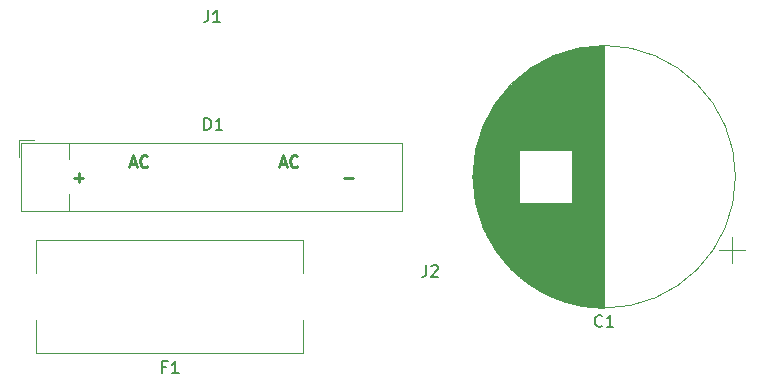
<source format=gbr>
%TF.GenerationSoftware,KiCad,Pcbnew,5.1.9-73d0e3b20d~88~ubuntu20.04.1*%
%TF.CreationDate,2021-03-31T16:28:09+02:00*%
%TF.ProjectId,fuente1,6675656e-7465-4312-9e6b-696361645f70,rev?*%
%TF.SameCoordinates,Original*%
%TF.FileFunction,Legend,Top*%
%TF.FilePolarity,Positive*%
%FSLAX46Y46*%
G04 Gerber Fmt 4.6, Leading zero omitted, Abs format (unit mm)*
G04 Created by KiCad (PCBNEW 5.1.9-73d0e3b20d~88~ubuntu20.04.1) date 2021-03-31 16:28:09*
%MOMM*%
%LPD*%
G01*
G04 APERTURE LIST*
%ADD10C,0.120000*%
%ADD11C,0.150000*%
%ADD12C,0.250000*%
G04 APERTURE END LIST*
D10*
%TO.C,C1*%
X96290000Y-87630000D02*
G75*
G03*
X96290000Y-87630000I-11120000J0D01*
G01*
X85170000Y-98711000D02*
X85170000Y-76549000D01*
X85130000Y-98710000D02*
X85130000Y-76550000D01*
X85090000Y-98710000D02*
X85090000Y-76550000D01*
X85050000Y-98710000D02*
X85050000Y-76550000D01*
X85010000Y-98709000D02*
X85010000Y-76551000D01*
X84970000Y-98709000D02*
X84970000Y-76551000D01*
X84930000Y-98708000D02*
X84930000Y-76552000D01*
X84890000Y-98707000D02*
X84890000Y-76553000D01*
X84850000Y-98706000D02*
X84850000Y-76554000D01*
X84810000Y-98705000D02*
X84810000Y-76555000D01*
X84770000Y-98703000D02*
X84770000Y-76557000D01*
X84730000Y-98702000D02*
X84730000Y-76558000D01*
X84690000Y-98700000D02*
X84690000Y-76560000D01*
X84650000Y-98698000D02*
X84650000Y-76562000D01*
X84610000Y-98696000D02*
X84610000Y-76564000D01*
X84570000Y-98694000D02*
X84570000Y-76566000D01*
X84530000Y-98692000D02*
X84530000Y-76568000D01*
X84490000Y-98690000D02*
X84490000Y-76570000D01*
X84449000Y-98687000D02*
X84449000Y-76573000D01*
X84409000Y-98684000D02*
X84409000Y-76576000D01*
X84369000Y-98682000D02*
X84369000Y-76578000D01*
X84329000Y-98679000D02*
X84329000Y-76581000D01*
X84289000Y-98676000D02*
X84289000Y-76584000D01*
X84249000Y-98672000D02*
X84249000Y-76588000D01*
X84209000Y-98669000D02*
X84209000Y-76591000D01*
X84169000Y-98665000D02*
X84169000Y-76595000D01*
X84129000Y-98662000D02*
X84129000Y-76598000D01*
X84089000Y-98658000D02*
X84089000Y-76602000D01*
X84049000Y-98654000D02*
X84049000Y-76606000D01*
X84009000Y-98650000D02*
X84009000Y-76610000D01*
X83969000Y-98646000D02*
X83969000Y-76614000D01*
X83929000Y-98641000D02*
X83929000Y-76619000D01*
X83889000Y-98637000D02*
X83889000Y-76623000D01*
X83849000Y-98632000D02*
X83849000Y-76628000D01*
X83809000Y-98627000D02*
X83809000Y-76633000D01*
X83769000Y-98622000D02*
X83769000Y-76638000D01*
X83729000Y-98617000D02*
X83729000Y-76643000D01*
X83689000Y-98612000D02*
X83689000Y-76648000D01*
X83649000Y-98606000D02*
X83649000Y-76654000D01*
X83609000Y-98601000D02*
X83609000Y-76659000D01*
X83569000Y-98595000D02*
X83569000Y-76665000D01*
X83529000Y-98589000D02*
X83529000Y-76671000D01*
X83489000Y-98583000D02*
X83489000Y-76677000D01*
X83449000Y-98577000D02*
X83449000Y-76683000D01*
X83409000Y-98570000D02*
X83409000Y-76690000D01*
X83369000Y-98564000D02*
X83369000Y-76696000D01*
X83329000Y-98557000D02*
X83329000Y-76703000D01*
X83289000Y-98550000D02*
X83289000Y-76710000D01*
X83249000Y-98543000D02*
X83249000Y-76717000D01*
X83209000Y-98536000D02*
X83209000Y-76724000D01*
X83169000Y-98529000D02*
X83169000Y-76731000D01*
X83129000Y-98522000D02*
X83129000Y-76738000D01*
X83089000Y-98514000D02*
X83089000Y-76746000D01*
X83049000Y-98507000D02*
X83049000Y-76753000D01*
X83009000Y-98499000D02*
X83009000Y-76761000D01*
X82969000Y-98491000D02*
X82969000Y-76769000D01*
X82929000Y-98483000D02*
X82929000Y-76777000D01*
X82889000Y-98474000D02*
X82889000Y-76786000D01*
X82849000Y-98466000D02*
X82849000Y-76794000D01*
X82809000Y-98457000D02*
X82809000Y-76803000D01*
X82769000Y-98448000D02*
X82769000Y-76812000D01*
X82729000Y-98439000D02*
X82729000Y-76821000D01*
X82689000Y-98430000D02*
X82689000Y-76830000D01*
X82649000Y-98421000D02*
X82649000Y-76839000D01*
X82609000Y-98412000D02*
X82609000Y-76848000D01*
X82569000Y-98402000D02*
X82569000Y-76858000D01*
X82529000Y-98393000D02*
X82529000Y-76867000D01*
X82489000Y-98383000D02*
X82489000Y-76877000D01*
X82449000Y-98373000D02*
X82449000Y-76887000D01*
X82409000Y-98363000D02*
X82409000Y-89870000D01*
X82409000Y-85390000D02*
X82409000Y-76897000D01*
X82369000Y-98352000D02*
X82369000Y-89870000D01*
X82369000Y-85390000D02*
X82369000Y-76908000D01*
X82329000Y-98342000D02*
X82329000Y-89870000D01*
X82329000Y-85390000D02*
X82329000Y-76918000D01*
X82289000Y-98331000D02*
X82289000Y-89870000D01*
X82289000Y-85390000D02*
X82289000Y-76929000D01*
X82249000Y-98320000D02*
X82249000Y-89870000D01*
X82249000Y-85390000D02*
X82249000Y-76940000D01*
X82209000Y-98309000D02*
X82209000Y-89870000D01*
X82209000Y-85390000D02*
X82209000Y-76951000D01*
X82169000Y-98298000D02*
X82169000Y-89870000D01*
X82169000Y-85390000D02*
X82169000Y-76962000D01*
X82129000Y-98287000D02*
X82129000Y-89870000D01*
X82129000Y-85390000D02*
X82129000Y-76973000D01*
X82089000Y-98275000D02*
X82089000Y-89870000D01*
X82089000Y-85390000D02*
X82089000Y-76985000D01*
X82049000Y-98264000D02*
X82049000Y-89870000D01*
X82049000Y-85390000D02*
X82049000Y-76996000D01*
X82009000Y-98252000D02*
X82009000Y-89870000D01*
X82009000Y-85390000D02*
X82009000Y-77008000D01*
X81969000Y-98240000D02*
X81969000Y-89870000D01*
X81969000Y-85390000D02*
X81969000Y-77020000D01*
X81929000Y-98228000D02*
X81929000Y-89870000D01*
X81929000Y-85390000D02*
X81929000Y-77032000D01*
X81889000Y-98216000D02*
X81889000Y-89870000D01*
X81889000Y-85390000D02*
X81889000Y-77044000D01*
X81849000Y-98203000D02*
X81849000Y-89870000D01*
X81849000Y-85390000D02*
X81849000Y-77057000D01*
X81809000Y-98191000D02*
X81809000Y-89870000D01*
X81809000Y-85390000D02*
X81809000Y-77069000D01*
X81769000Y-98178000D02*
X81769000Y-89870000D01*
X81769000Y-85390000D02*
X81769000Y-77082000D01*
X81729000Y-98165000D02*
X81729000Y-89870000D01*
X81729000Y-85390000D02*
X81729000Y-77095000D01*
X81689000Y-98152000D02*
X81689000Y-89870000D01*
X81689000Y-85390000D02*
X81689000Y-77108000D01*
X81649000Y-98139000D02*
X81649000Y-89870000D01*
X81649000Y-85390000D02*
X81649000Y-77121000D01*
X81609000Y-98125000D02*
X81609000Y-89870000D01*
X81609000Y-85390000D02*
X81609000Y-77135000D01*
X81569000Y-98112000D02*
X81569000Y-89870000D01*
X81569000Y-85390000D02*
X81569000Y-77148000D01*
X81529000Y-98098000D02*
X81529000Y-89870000D01*
X81529000Y-85390000D02*
X81529000Y-77162000D01*
X81489000Y-98084000D02*
X81489000Y-89870000D01*
X81489000Y-85390000D02*
X81489000Y-77176000D01*
X81449000Y-98070000D02*
X81449000Y-89870000D01*
X81449000Y-85390000D02*
X81449000Y-77190000D01*
X81409000Y-98056000D02*
X81409000Y-89870000D01*
X81409000Y-85390000D02*
X81409000Y-77204000D01*
X81369000Y-98041000D02*
X81369000Y-89870000D01*
X81369000Y-85390000D02*
X81369000Y-77219000D01*
X81329000Y-98026000D02*
X81329000Y-89870000D01*
X81329000Y-85390000D02*
X81329000Y-77234000D01*
X81289000Y-98012000D02*
X81289000Y-89870000D01*
X81289000Y-85390000D02*
X81289000Y-77248000D01*
X81249000Y-97997000D02*
X81249000Y-89870000D01*
X81249000Y-85390000D02*
X81249000Y-77263000D01*
X81209000Y-97981000D02*
X81209000Y-89870000D01*
X81209000Y-85390000D02*
X81209000Y-77279000D01*
X81169000Y-97966000D02*
X81169000Y-89870000D01*
X81169000Y-85390000D02*
X81169000Y-77294000D01*
X81129000Y-97951000D02*
X81129000Y-89870000D01*
X81129000Y-85390000D02*
X81129000Y-77309000D01*
X81089000Y-97935000D02*
X81089000Y-89870000D01*
X81089000Y-85390000D02*
X81089000Y-77325000D01*
X81049000Y-97919000D02*
X81049000Y-89870000D01*
X81049000Y-85390000D02*
X81049000Y-77341000D01*
X81009000Y-97903000D02*
X81009000Y-89870000D01*
X81009000Y-85390000D02*
X81009000Y-77357000D01*
X80969000Y-97887000D02*
X80969000Y-89870000D01*
X80969000Y-85390000D02*
X80969000Y-77373000D01*
X80929000Y-97870000D02*
X80929000Y-89870000D01*
X80929000Y-85390000D02*
X80929000Y-77390000D01*
X80889000Y-97854000D02*
X80889000Y-89870000D01*
X80889000Y-85390000D02*
X80889000Y-77406000D01*
X80849000Y-97837000D02*
X80849000Y-89870000D01*
X80849000Y-85390000D02*
X80849000Y-77423000D01*
X80809000Y-97820000D02*
X80809000Y-89870000D01*
X80809000Y-85390000D02*
X80809000Y-77440000D01*
X80769000Y-97803000D02*
X80769000Y-89870000D01*
X80769000Y-85390000D02*
X80769000Y-77457000D01*
X80729000Y-97786000D02*
X80729000Y-89870000D01*
X80729000Y-85390000D02*
X80729000Y-77474000D01*
X80689000Y-97768000D02*
X80689000Y-89870000D01*
X80689000Y-85390000D02*
X80689000Y-77492000D01*
X80649000Y-97750000D02*
X80649000Y-89870000D01*
X80649000Y-85390000D02*
X80649000Y-77510000D01*
X80609000Y-97733000D02*
X80609000Y-89870000D01*
X80609000Y-85390000D02*
X80609000Y-77527000D01*
X80569000Y-97714000D02*
X80569000Y-89870000D01*
X80569000Y-85390000D02*
X80569000Y-77546000D01*
X80529000Y-97696000D02*
X80529000Y-89870000D01*
X80529000Y-85390000D02*
X80529000Y-77564000D01*
X80489000Y-97678000D02*
X80489000Y-89870000D01*
X80489000Y-85390000D02*
X80489000Y-77582000D01*
X80449000Y-97659000D02*
X80449000Y-89870000D01*
X80449000Y-85390000D02*
X80449000Y-77601000D01*
X80409000Y-97640000D02*
X80409000Y-89870000D01*
X80409000Y-85390000D02*
X80409000Y-77620000D01*
X80369000Y-97621000D02*
X80369000Y-89870000D01*
X80369000Y-85390000D02*
X80369000Y-77639000D01*
X80329000Y-97602000D02*
X80329000Y-89870000D01*
X80329000Y-85390000D02*
X80329000Y-77658000D01*
X80289000Y-97582000D02*
X80289000Y-89870000D01*
X80289000Y-85390000D02*
X80289000Y-77678000D01*
X80249000Y-97563000D02*
X80249000Y-89870000D01*
X80249000Y-85390000D02*
X80249000Y-77697000D01*
X80209000Y-97543000D02*
X80209000Y-89870000D01*
X80209000Y-85390000D02*
X80209000Y-77717000D01*
X80169000Y-97523000D02*
X80169000Y-89870000D01*
X80169000Y-85390000D02*
X80169000Y-77737000D01*
X80129000Y-97503000D02*
X80129000Y-89870000D01*
X80129000Y-85390000D02*
X80129000Y-77757000D01*
X80089000Y-97482000D02*
X80089000Y-89870000D01*
X80089000Y-85390000D02*
X80089000Y-77778000D01*
X80049000Y-97462000D02*
X80049000Y-89870000D01*
X80049000Y-85390000D02*
X80049000Y-77798000D01*
X80009000Y-97441000D02*
X80009000Y-89870000D01*
X80009000Y-85390000D02*
X80009000Y-77819000D01*
X79969000Y-97420000D02*
X79969000Y-89870000D01*
X79969000Y-85390000D02*
X79969000Y-77840000D01*
X79929000Y-97398000D02*
X79929000Y-89870000D01*
X79929000Y-85390000D02*
X79929000Y-77862000D01*
X79889000Y-97377000D02*
X79889000Y-89870000D01*
X79889000Y-85390000D02*
X79889000Y-77883000D01*
X79849000Y-97355000D02*
X79849000Y-89870000D01*
X79849000Y-85390000D02*
X79849000Y-77905000D01*
X79809000Y-97333000D02*
X79809000Y-89870000D01*
X79809000Y-85390000D02*
X79809000Y-77927000D01*
X79769000Y-97311000D02*
X79769000Y-89870000D01*
X79769000Y-85390000D02*
X79769000Y-77949000D01*
X79729000Y-97289000D02*
X79729000Y-89870000D01*
X79729000Y-85390000D02*
X79729000Y-77971000D01*
X79689000Y-97266000D02*
X79689000Y-89870000D01*
X79689000Y-85390000D02*
X79689000Y-77994000D01*
X79649000Y-97244000D02*
X79649000Y-89870000D01*
X79649000Y-85390000D02*
X79649000Y-78016000D01*
X79609000Y-97221000D02*
X79609000Y-89870000D01*
X79609000Y-85390000D02*
X79609000Y-78039000D01*
X79569000Y-97197000D02*
X79569000Y-89870000D01*
X79569000Y-85390000D02*
X79569000Y-78063000D01*
X79529000Y-97174000D02*
X79529000Y-89870000D01*
X79529000Y-85390000D02*
X79529000Y-78086000D01*
X79489000Y-97150000D02*
X79489000Y-89870000D01*
X79489000Y-85390000D02*
X79489000Y-78110000D01*
X79449000Y-97127000D02*
X79449000Y-89870000D01*
X79449000Y-85390000D02*
X79449000Y-78133000D01*
X79409000Y-97102000D02*
X79409000Y-89870000D01*
X79409000Y-85390000D02*
X79409000Y-78158000D01*
X79369000Y-97078000D02*
X79369000Y-89870000D01*
X79369000Y-85390000D02*
X79369000Y-78182000D01*
X79329000Y-97054000D02*
X79329000Y-89870000D01*
X79329000Y-85390000D02*
X79329000Y-78206000D01*
X79289000Y-97029000D02*
X79289000Y-89870000D01*
X79289000Y-85390000D02*
X79289000Y-78231000D01*
X79249000Y-97004000D02*
X79249000Y-89870000D01*
X79249000Y-85390000D02*
X79249000Y-78256000D01*
X79209000Y-96978000D02*
X79209000Y-89870000D01*
X79209000Y-85390000D02*
X79209000Y-78282000D01*
X79169000Y-96953000D02*
X79169000Y-89870000D01*
X79169000Y-85390000D02*
X79169000Y-78307000D01*
X79129000Y-96927000D02*
X79129000Y-89870000D01*
X79129000Y-85390000D02*
X79129000Y-78333000D01*
X79089000Y-96901000D02*
X79089000Y-89870000D01*
X79089000Y-85390000D02*
X79089000Y-78359000D01*
X79049000Y-96875000D02*
X79049000Y-89870000D01*
X79049000Y-85390000D02*
X79049000Y-78385000D01*
X79009000Y-96848000D02*
X79009000Y-89870000D01*
X79009000Y-85390000D02*
X79009000Y-78412000D01*
X78969000Y-96822000D02*
X78969000Y-89870000D01*
X78969000Y-85390000D02*
X78969000Y-78438000D01*
X78929000Y-96795000D02*
X78929000Y-89870000D01*
X78929000Y-85390000D02*
X78929000Y-78465000D01*
X78889000Y-96767000D02*
X78889000Y-89870000D01*
X78889000Y-85390000D02*
X78889000Y-78493000D01*
X78849000Y-96740000D02*
X78849000Y-89870000D01*
X78849000Y-85390000D02*
X78849000Y-78520000D01*
X78809000Y-96712000D02*
X78809000Y-89870000D01*
X78809000Y-85390000D02*
X78809000Y-78548000D01*
X78769000Y-96684000D02*
X78769000Y-89870000D01*
X78769000Y-85390000D02*
X78769000Y-78576000D01*
X78729000Y-96656000D02*
X78729000Y-89870000D01*
X78729000Y-85390000D02*
X78729000Y-78604000D01*
X78689000Y-96627000D02*
X78689000Y-89870000D01*
X78689000Y-85390000D02*
X78689000Y-78633000D01*
X78649000Y-96598000D02*
X78649000Y-89870000D01*
X78649000Y-85390000D02*
X78649000Y-78662000D01*
X78609000Y-96569000D02*
X78609000Y-89870000D01*
X78609000Y-85390000D02*
X78609000Y-78691000D01*
X78569000Y-96540000D02*
X78569000Y-89870000D01*
X78569000Y-85390000D02*
X78569000Y-78720000D01*
X78529000Y-96510000D02*
X78529000Y-89870000D01*
X78529000Y-85390000D02*
X78529000Y-78750000D01*
X78489000Y-96480000D02*
X78489000Y-89870000D01*
X78489000Y-85390000D02*
X78489000Y-78780000D01*
X78449000Y-96450000D02*
X78449000Y-89870000D01*
X78449000Y-85390000D02*
X78449000Y-78810000D01*
X78409000Y-96420000D02*
X78409000Y-89870000D01*
X78409000Y-85390000D02*
X78409000Y-78840000D01*
X78369000Y-96389000D02*
X78369000Y-89870000D01*
X78369000Y-85390000D02*
X78369000Y-78871000D01*
X78329000Y-96358000D02*
X78329000Y-89870000D01*
X78329000Y-85390000D02*
X78329000Y-78902000D01*
X78289000Y-96327000D02*
X78289000Y-89870000D01*
X78289000Y-85390000D02*
X78289000Y-78933000D01*
X78249000Y-96295000D02*
X78249000Y-89870000D01*
X78249000Y-85390000D02*
X78249000Y-78965000D01*
X78209000Y-96263000D02*
X78209000Y-89870000D01*
X78209000Y-85390000D02*
X78209000Y-78997000D01*
X78169000Y-96231000D02*
X78169000Y-89870000D01*
X78169000Y-85390000D02*
X78169000Y-79029000D01*
X78129000Y-96198000D02*
X78129000Y-89870000D01*
X78129000Y-85390000D02*
X78129000Y-79062000D01*
X78089000Y-96165000D02*
X78089000Y-89870000D01*
X78089000Y-85390000D02*
X78089000Y-79095000D01*
X78049000Y-96132000D02*
X78049000Y-89870000D01*
X78049000Y-85390000D02*
X78049000Y-79128000D01*
X78009000Y-96099000D02*
X78009000Y-89870000D01*
X78009000Y-85390000D02*
X78009000Y-79161000D01*
X77969000Y-96065000D02*
X77969000Y-89870000D01*
X77969000Y-85390000D02*
X77969000Y-79195000D01*
X77929000Y-96031000D02*
X77929000Y-79229000D01*
X77889000Y-95996000D02*
X77889000Y-79264000D01*
X77849000Y-95961000D02*
X77849000Y-79299000D01*
X77809000Y-95926000D02*
X77809000Y-79334000D01*
X77769000Y-95891000D02*
X77769000Y-79369000D01*
X77729000Y-95855000D02*
X77729000Y-79405000D01*
X77689000Y-95819000D02*
X77689000Y-79441000D01*
X77649000Y-95782000D02*
X77649000Y-79478000D01*
X77609000Y-95745000D02*
X77609000Y-79515000D01*
X77569000Y-95708000D02*
X77569000Y-79552000D01*
X77529000Y-95670000D02*
X77529000Y-79590000D01*
X77489000Y-95632000D02*
X77489000Y-79628000D01*
X77449000Y-95594000D02*
X77449000Y-79666000D01*
X77409000Y-95555000D02*
X77409000Y-79705000D01*
X77369000Y-95516000D02*
X77369000Y-79744000D01*
X77329000Y-95476000D02*
X77329000Y-79784000D01*
X77289000Y-95437000D02*
X77289000Y-79823000D01*
X77249000Y-95396000D02*
X77249000Y-79864000D01*
X77209000Y-95355000D02*
X77209000Y-79905000D01*
X77169000Y-95314000D02*
X77169000Y-79946000D01*
X77129000Y-95272000D02*
X77129000Y-79988000D01*
X77089000Y-95230000D02*
X77089000Y-80030000D01*
X77049000Y-95188000D02*
X77049000Y-80072000D01*
X77009000Y-95145000D02*
X77009000Y-80115000D01*
X76970000Y-95101000D02*
X76970000Y-80159000D01*
X76930000Y-95058000D02*
X76930000Y-80202000D01*
X76890000Y-95013000D02*
X76890000Y-80247000D01*
X76850000Y-94968000D02*
X76850000Y-80292000D01*
X76810000Y-94923000D02*
X76810000Y-80337000D01*
X76770000Y-94877000D02*
X76770000Y-80383000D01*
X76730000Y-94831000D02*
X76730000Y-80429000D01*
X76690000Y-94784000D02*
X76690000Y-80476000D01*
X76650000Y-94736000D02*
X76650000Y-80524000D01*
X76610000Y-94688000D02*
X76610000Y-80572000D01*
X76570000Y-94640000D02*
X76570000Y-80620000D01*
X76530000Y-94591000D02*
X76530000Y-80669000D01*
X76490000Y-94541000D02*
X76490000Y-80719000D01*
X76450000Y-94491000D02*
X76450000Y-80769000D01*
X76410000Y-94440000D02*
X76410000Y-80820000D01*
X76370000Y-94389000D02*
X76370000Y-80871000D01*
X76330000Y-94337000D02*
X76330000Y-80923000D01*
X76290000Y-94284000D02*
X76290000Y-80976000D01*
X76250000Y-94230000D02*
X76250000Y-81030000D01*
X76210000Y-94176000D02*
X76210000Y-81084000D01*
X76170000Y-94122000D02*
X76170000Y-81138000D01*
X76130000Y-94066000D02*
X76130000Y-81194000D01*
X76090000Y-94010000D02*
X76090000Y-81250000D01*
X76050000Y-93953000D02*
X76050000Y-81307000D01*
X76010000Y-93895000D02*
X76010000Y-81365000D01*
X75970000Y-93837000D02*
X75970000Y-81423000D01*
X75930000Y-93777000D02*
X75930000Y-81483000D01*
X75890000Y-93717000D02*
X75890000Y-81543000D01*
X75850000Y-93656000D02*
X75850000Y-81604000D01*
X75810000Y-93594000D02*
X75810000Y-81666000D01*
X75770000Y-93531000D02*
X75770000Y-81729000D01*
X75730000Y-93468000D02*
X75730000Y-81792000D01*
X75690000Y-93403000D02*
X75690000Y-81857000D01*
X75650000Y-93337000D02*
X75650000Y-81923000D01*
X75610000Y-93270000D02*
X75610000Y-81990000D01*
X75570000Y-93202000D02*
X75570000Y-82058000D01*
X75530000Y-93133000D02*
X75530000Y-82127000D01*
X75490000Y-93063000D02*
X75490000Y-82197000D01*
X75450000Y-92992000D02*
X75450000Y-82268000D01*
X75410000Y-92919000D02*
X75410000Y-82341000D01*
X75370000Y-92845000D02*
X75370000Y-82415000D01*
X75330000Y-92770000D02*
X75330000Y-82490000D01*
X75290000Y-92693000D02*
X75290000Y-82567000D01*
X75250000Y-92615000D02*
X75250000Y-82645000D01*
X75210000Y-92535000D02*
X75210000Y-82725000D01*
X75170000Y-92454000D02*
X75170000Y-82806000D01*
X75130000Y-92371000D02*
X75130000Y-82889000D01*
X75090000Y-92286000D02*
X75090000Y-82974000D01*
X75050000Y-92199000D02*
X75050000Y-83061000D01*
X75010000Y-92110000D02*
X75010000Y-83150000D01*
X74970000Y-92019000D02*
X74970000Y-83241000D01*
X74930000Y-91926000D02*
X74930000Y-83334000D01*
X74890000Y-91830000D02*
X74890000Y-83430000D01*
X74850000Y-91732000D02*
X74850000Y-83528000D01*
X74810000Y-91631000D02*
X74810000Y-83629000D01*
X74770000Y-91527000D02*
X74770000Y-83733000D01*
X74730000Y-91419000D02*
X74730000Y-83841000D01*
X74690000Y-91309000D02*
X74690000Y-83951000D01*
X74650000Y-91194000D02*
X74650000Y-84066000D01*
X74610000Y-91075000D02*
X74610000Y-84185000D01*
X74570000Y-90951000D02*
X74570000Y-84309000D01*
X74530000Y-90822000D02*
X74530000Y-84438000D01*
X74490000Y-90688000D02*
X74490000Y-84572000D01*
X74450000Y-90546000D02*
X74450000Y-84714000D01*
X74410000Y-90397000D02*
X74410000Y-84863000D01*
X74370000Y-90239000D02*
X74370000Y-85021000D01*
X74330000Y-90070000D02*
X74330000Y-85190000D01*
X74290000Y-89888000D02*
X74290000Y-85372000D01*
X74250000Y-89690000D02*
X74250000Y-85570000D01*
X74210000Y-89470000D02*
X74210000Y-85790000D01*
X74170000Y-89220000D02*
X74170000Y-86040000D01*
X74130000Y-88922000D02*
X74130000Y-86338000D01*
X74090000Y-88533000D02*
X74090000Y-86727000D01*
X74050000Y-87670000D02*
X74050000Y-87590000D01*
X97069337Y-93865000D02*
X94869337Y-93865000D01*
X95969337Y-94965000D02*
X95969337Y-92765000D01*
%TO.C,D1*%
X68020001Y-84730000D02*
X68020001Y-90530000D01*
X68020001Y-90530000D02*
X35820001Y-90530000D01*
X35820001Y-90530000D02*
X35820001Y-84730000D01*
X35820001Y-84730000D02*
X68020001Y-84730000D01*
X39870001Y-84730000D02*
X39870001Y-86130000D01*
X39870001Y-90530000D02*
X39870001Y-89130000D01*
X35620001Y-85930000D02*
X35620001Y-84530000D01*
X35620001Y-84530000D02*
X36920001Y-84530000D01*
%TO.C,F1*%
X37090000Y-92990000D02*
X37090000Y-95790000D01*
X37090000Y-99790000D02*
X37090000Y-102590000D01*
X59690000Y-99790000D02*
X59690000Y-102590000D01*
X59690000Y-102590000D02*
X37090000Y-102590000D01*
X59690000Y-92990000D02*
X37090000Y-92990000D01*
X59690000Y-92990000D02*
X59690000Y-95790000D01*
%TO.C,C1*%
D11*
X85003333Y-100237142D02*
X84955714Y-100284761D01*
X84812857Y-100332380D01*
X84717619Y-100332380D01*
X84574761Y-100284761D01*
X84479523Y-100189523D01*
X84431904Y-100094285D01*
X84384285Y-99903809D01*
X84384285Y-99760952D01*
X84431904Y-99570476D01*
X84479523Y-99475238D01*
X84574761Y-99380000D01*
X84717619Y-99332380D01*
X84812857Y-99332380D01*
X84955714Y-99380000D01*
X85003333Y-99427619D01*
X85955714Y-100332380D02*
X85384285Y-100332380D01*
X85670000Y-100332380D02*
X85670000Y-99332380D01*
X85574761Y-99475238D01*
X85479523Y-99570476D01*
X85384285Y-99618095D01*
%TO.C,D1*%
X51331904Y-83652379D02*
X51331904Y-82652379D01*
X51570000Y-82652379D01*
X51712857Y-82699999D01*
X51808095Y-82795237D01*
X51855714Y-82890475D01*
X51903333Y-83080951D01*
X51903333Y-83223808D01*
X51855714Y-83414284D01*
X51808095Y-83509522D01*
X51712857Y-83604760D01*
X51570000Y-83652379D01*
X51331904Y-83652379D01*
X52855714Y-83652379D02*
X52284285Y-83652379D01*
X52570000Y-83652379D02*
X52570000Y-82652379D01*
X52474761Y-82795237D01*
X52379523Y-82890475D01*
X52284285Y-82938094D01*
D12*
X40309048Y-87701428D02*
X41070953Y-87701428D01*
X40690001Y-88082380D02*
X40690001Y-87320476D01*
X63169048Y-87701428D02*
X63930953Y-87701428D01*
X57731905Y-86526666D02*
X58208096Y-86526666D01*
X57636667Y-86812380D02*
X57970001Y-85812380D01*
X58303334Y-86812380D01*
X59208096Y-86717142D02*
X59160477Y-86764761D01*
X59017620Y-86812380D01*
X58922381Y-86812380D01*
X58779524Y-86764761D01*
X58684286Y-86669523D01*
X58636667Y-86574285D01*
X58589048Y-86383809D01*
X58589048Y-86240952D01*
X58636667Y-86050476D01*
X58684286Y-85955238D01*
X58779524Y-85860000D01*
X58922381Y-85812380D01*
X59017620Y-85812380D01*
X59160477Y-85860000D01*
X59208096Y-85907619D01*
X45031905Y-86526666D02*
X45508096Y-86526666D01*
X44936667Y-86812380D02*
X45270001Y-85812380D01*
X45603334Y-86812380D01*
X46508096Y-86717142D02*
X46460477Y-86764761D01*
X46317620Y-86812380D01*
X46222381Y-86812380D01*
X46079524Y-86764761D01*
X45984286Y-86669523D01*
X45936667Y-86574285D01*
X45889048Y-86383809D01*
X45889048Y-86240952D01*
X45936667Y-86050476D01*
X45984286Y-85955238D01*
X46079524Y-85860000D01*
X46222381Y-85812380D01*
X46317620Y-85812380D01*
X46460477Y-85860000D01*
X46508096Y-85907619D01*
%TO.C,F1*%
D11*
X48106666Y-103718571D02*
X47773333Y-103718571D01*
X47773333Y-104242380D02*
X47773333Y-103242380D01*
X48249523Y-103242380D01*
X49154285Y-104242380D02*
X48582857Y-104242380D01*
X48868571Y-104242380D02*
X48868571Y-103242380D01*
X48773333Y-103385238D01*
X48678095Y-103480476D01*
X48582857Y-103528095D01*
%TO.C,J1*%
X51646666Y-73522380D02*
X51646666Y-74236666D01*
X51599047Y-74379523D01*
X51503809Y-74474761D01*
X51360952Y-74522380D01*
X51265714Y-74522380D01*
X52646666Y-74522380D02*
X52075238Y-74522380D01*
X52360952Y-74522380D02*
X52360952Y-73522380D01*
X52265714Y-73665238D01*
X52170476Y-73760476D01*
X52075238Y-73808095D01*
%TO.C,J2*%
X70106666Y-95112380D02*
X70106666Y-95826666D01*
X70059047Y-95969523D01*
X69963809Y-96064761D01*
X69820952Y-96112380D01*
X69725714Y-96112380D01*
X70535238Y-95207619D02*
X70582857Y-95160000D01*
X70678095Y-95112380D01*
X70916190Y-95112380D01*
X71011428Y-95160000D01*
X71059047Y-95207619D01*
X71106666Y-95302857D01*
X71106666Y-95398095D01*
X71059047Y-95540952D01*
X70487619Y-96112380D01*
X71106666Y-96112380D01*
%TD*%
M02*

</source>
